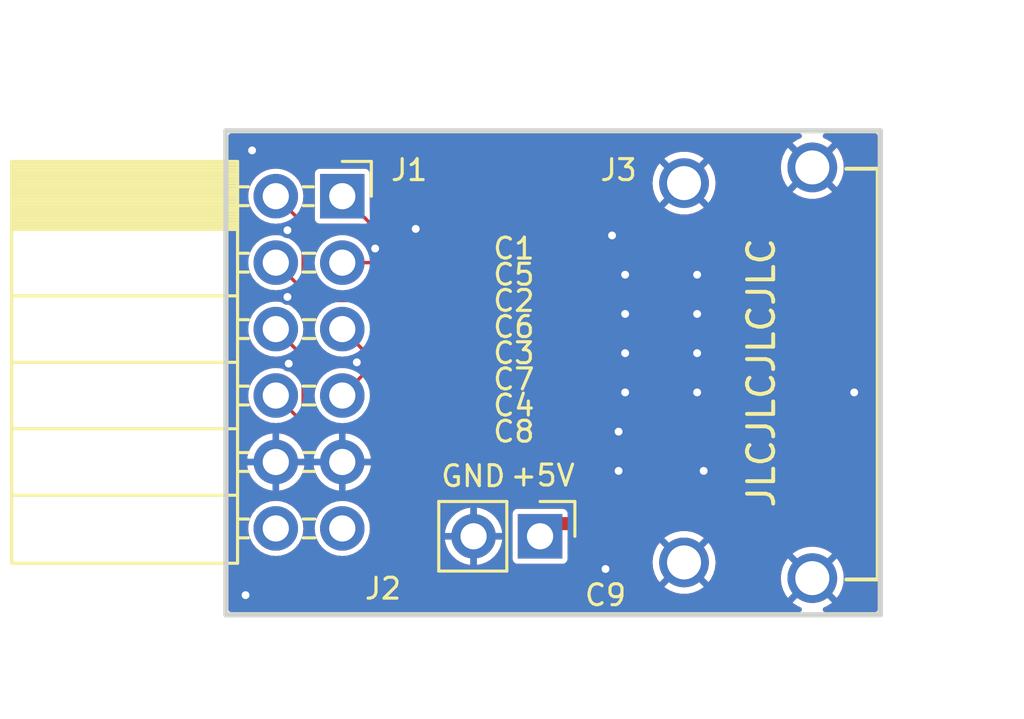
<source format=kicad_pcb>
(kicad_pcb (version 20221018) (generator pcbnew)
  (layers (0 "F.Cu" signal) (31 "B.Cu" signal) (34 "B.Paste" user) (35 "F.Paste" user) (36 "B.SilkS" user "B.Silkscreen") (37 "F.SilkS" user "F.Silkscreen") (38 "B.Mask" user) (39 "F.Mask" user) (44 "Edge.Cuts" user))
  (net 0 "")
  (net 1 "/D2+")
  (net 2 "/PMOD_D2+")
  (net 3 "/D1+")
  (net 4 "/PMOD_D1+")
  (net 5 "/D0+")
  (net 6 "/PMOD_D0+")
  (net 7 "/CK+")
  (net 8 "/PMOD_CK+")
  (net 9 "/PMOD_D2-")
  (net 10 "/D2-")
  (net 11 "/PMOD_D1-")
  (net 12 "/D1-")
  (net 13 "/PMOD_D0-")
  (net 14 "/D0-")
  (net 15 "/PMOD_CK-")
  (net 16 "/CK-")
  (net 17 "GND")
  (net 18 "+5V")
  (net 19 "+3V3")
  (net 20 "Net-(J3-Pad13)")
  (net 21 "Net-(J3-Pad14)")
  (net 22 "Net-(J3-Pad15)")
  (net 23 "Net-(J3-Pad16)")
  (net 24 "Net-(J3-Pad19)")
  (footprint "Capacitor_SMD:C_0402_1005Metric" (layer "F.Cu") (at 140 74 180)
    (fp_text reference "C2" (at 2 0 180) (layer "F.SilkS") (effects (font (size 0.8 0.8) (thickness 0.12))))
    (fp_text value "220n")
    (pad "1" smd roundrect (at -0.485 0 180) (size 0.59 0.64) (layers "F.Cu" "F.Paste" "F.Mask") (net 3 "/D1+"))
    (pad "2" smd roundrect (at 0.485 0 180) (size 0.59 0.64) (layers "F.Cu" "F.Paste" "F.Mask") (net 4 "/PMOD_D1+"))
  )
  (footprint "Capacitor_SMD:C_0402_1005Metric" (layer "F.Cu") (at 140 76 180)
    (fp_text reference "C3" (at 2 0 180) (layer "F.SilkS") (effects (font (size 0.8 0.8) (thickness 0.12))))
    (fp_text value "220n")
    (pad "1" smd roundrect (at -0.485 0 180) (size 0.59 0.64) (layers "F.Cu" "F.Paste" "F.Mask") (net 5 "/D0+"))
    (pad "2" smd roundrect (at 0.485 0 180) (size 0.59 0.64) (layers "F.Cu" "F.Paste" "F.Mask") (net 6 "/PMOD_D0+"))
  )
  (footprint "Capacitor_SMD:C_0402_1005Metric" (layer "F.Cu") (at 140 78 180)
    (fp_text reference "C4" (at 2 0 180) (layer "F.SilkS") (effects (font (size 0.8 0.8) (thickness 0.12))))
    (fp_text value "220n")
    (pad "1" smd roundrect (at -0.485 0 180) (size 0.59 0.64) (layers "F.Cu" "F.Paste" "F.Mask") (net 7 "/CK+"))
    (pad "2" smd roundrect (at 0.485 0 180) (size 0.59 0.64) (layers "F.Cu" "F.Paste" "F.Mask") (net 8 "/PMOD_CK+"))
  )
  (footprint "Capacitor_SMD:C_0402_1005Metric" (layer "F.Cu") (at 140 73 180)
    (fp_text reference "C5" (at 2 0 180) (layer "F.SilkS") (effects (font (size 0.8 0.8) (thickness 0.12))))
    (fp_text value "220n")
    (pad "1" smd roundrect (at -0.485 0 180) (size 0.59 0.64) (layers "F.Cu" "F.Paste" "F.Mask") (net 10 "/D2-"))
    (pad "2" smd roundrect (at 0.485 0 180) (size 0.59 0.64) (layers "F.Cu" "F.Paste" "F.Mask") (net 9 "/PMOD_D2-"))
  )
  (footprint "Capacitor_SMD:C_0402_1005Metric" (layer "F.Cu") (at 140 75 180)
    (fp_text reference "C6" (at 2 0 180) (layer "F.SilkS") (effects (font (size 0.8 0.8) (thickness 0.12))))
    (fp_text value "220n")
    (pad "1" smd roundrect (at -0.485 0 180) (size 0.59 0.64) (layers "F.Cu" "F.Paste" "F.Mask") (net 12 "/D1-"))
    (pad "2" smd roundrect (at 0.485 0 180) (size 0.59 0.64) (layers "F.Cu" "F.Paste" "F.Mask") (net 11 "/PMOD_D1-"))
  )
  (footprint "Capacitor_SMD:C_0402_1005Metric" (layer "F.Cu") (at 140 77 180)
    (fp_text reference "C7" (at 2 0 180) (layer "F.SilkS") (effects (font (size 0.8 0.8) (thickness 0.12))))
    (fp_text value "220n")
    (pad "1" smd roundrect (at -0.485 0 180) (size 0.59 0.64) (layers "F.Cu" "F.Paste" "F.Mask") (net 14 "/D0-"))
    (pad "2" smd roundrect (at 0.485 0 180) (size 0.59 0.64) (layers "F.Cu" "F.Paste" "F.Mask") (net 13 "/PMOD_D0-"))
  )
  (footprint "Capacitor_SMD:C_0402_1005Metric" (layer "F.Cu") (at 140 79 180)
    (fp_text reference "C8" (at 2 0 180) (layer "F.SilkS") (effects (font (size 0.8 0.8) (thickness 0.12))))
    (fp_text value "220n")
    (pad "1" smd roundrect (at -0.485 0 180) (size 0.59 0.64) (layers "F.Cu" "F.Paste" "F.Mask") (net 16 "/CK-"))
    (pad "2" smd roundrect (at 0.485 0 180) (size 0.59 0.64) (layers "F.Cu" "F.Paste" "F.Mask") (net 15 "/PMOD_CK-"))
  )
  (footprint "Capacitor_SMD:C_0402_1005Metric" (layer "F.Cu") (at 141.5 83 90)
    (fp_text reference "C9" (at -2.25 0 180) (layer "F.SilkS") (effects (font (size 0.8 0.8) (thickness 0.12))))
    (fp_text value "220n")
    (pad "1" smd roundrect (at -0.485 0 90) (size 0.59 0.64) (layers "F.Cu" "F.Paste" "F.Mask") (net 17 "GND"))
    (pad "2" smd roundrect (at 0.485 0 90) (size 0.59 0.64) (layers "F.Cu" "F.Paste" "F.Mask") (net 18 "+5V"))
  )
  (footprint "Connector_PinHeader_2.54mm:PinHeader_1x02_P2.54mm_Vertical" (layer "F.Cu") (at 139 83 -90)
    (fp_text reference "J2" (at 2 6) (layer "F.SilkS") (effects (font (size 0.8 0.8) (thickness 0.12))))
    (fp_text value "Conn_01x02")
    (fp_line (start -1.33 -1.33) (end 0 -1.33) (stroke (width 0.12)) (layer "F.SilkS"))
    (fp_line (start -1.33 0) (end -1.33 -1.33) (stroke (width 0.12)) (layer "F.SilkS"))
    (fp_line (start -1.33 1.27) (end -1.33 3.87) (stroke (width 0.12)) (layer "F.SilkS"))
    (fp_line (start -1.33 1.27) (end 1.33 1.27) (stroke (width 0.12)) (layer "F.SilkS"))
    (fp_line (start -1.33 3.87) (end 1.33 3.87) (stroke (width 0.12)) (layer "F.SilkS"))
    (fp_line (start 1.33 1.27) (end 1.33 3.87) (stroke (width 0.12)) (layer "F.SilkS"))
    (pad "1" thru_hole rect (at 0 0 270) (size 1.7 1.7) (drill 1) (layers "*.Cu" "*.Mask") (net 18 "+5V"))
    (pad "2" thru_hole oval (at 0 2.54 270) (size 1.7 1.7) (drill 1) (layers "*.Cu" "*.Mask") (net 17 "GND"))
  )
  (footprint "Connector_PinSocket_2.54mm:PinSocket_2x06_P2.54mm_Horizontal" (layer "F.Cu") (at 131.445 70)
    (fp_text reference "J1" (at 2.555 -1) (layer "F.SilkS") (effects (font (size 0.8 0.8) (thickness 0.12))))
    (fp_text value "02x06")
    (fp_line (start -12.63 -1.33) (end -12.63 14.03) (stroke (width 0.12)) (layer "F.SilkS"))
    (fp_line (start -12.63 -1.33) (end -4 -1.33) (stroke (width 0.12)) (layer "F.SilkS"))
    (fp_line (start -12.63 -1.21) (end -4 -1.21) (stroke (width 0.12)) (layer "F.SilkS"))
    (fp_line (start -12.63 -1.091905) (end -4 -1.091905) (stroke (width 0.12)) (layer "F.SilkS"))
    (fp_line (start -12.63 -0.97381) (end -4 -0.97381) (stroke (width 0.12)) (layer "F.SilkS"))
    (fp_line (start -12.63 -0.855715) (end -4 -0.855715) (stroke (width 0.12)) (layer "F.SilkS"))
    (fp_line (start -12.63 -0.73762) (end -4 -0.73762) (stroke (width 0.12)) (layer "F.SilkS"))
    (fp_line (start -12.63 -0.619525) (end -4 -0.619525) (stroke (width 0.12)) (layer "F.SilkS"))
    (fp_line (start -12.63 -0.50143) (end -4 -0.50143) (stroke (width 0.12)) (layer "F.SilkS"))
    (fp_line (start -12.63 -0.383335) (end -4 -0.383335) (stroke (width 0.12)) (layer "F.SilkS"))
    (fp_line (start -12.63 -0.26524) (end -4 -0.26524) (stroke (width 0.12)) (layer "F.SilkS"))
    (fp_line (start -12.63 -0.147145) (end -4 -0.147145) (stroke (width 0.12)) (layer "F.SilkS"))
    (fp_line (start -12.63 -0.02905) (end -4 -0.02905) (stroke (width 0.12)) (layer "F.SilkS"))
    (fp_line (start -12.63 0.089045) (end -4 0.089045) (stroke (width 0.12)) (layer "F.SilkS"))
    (fp_line (start -12.63 0.20714) (end -4 0.20714) (stroke (width 0.12)) (layer "F.SilkS"))
    (fp_line (start -12.63 0.325235) (end -4 0.325235) (stroke (width 0.12)) (layer "F.SilkS"))
    (fp_line (start -12.63 0.44333) (end -4 0.44333) (stroke (width 0.12)) (layer "F.SilkS"))
    (fp_line (start -12.63 0.561425) (end -4 0.561425) (stroke (width 0.12)) (layer "F.SilkS"))
    (fp_line (start -12.63 0.67952) (end -4 0.67952) (stroke (width 0.12)) (layer "F.SilkS"))
    (fp_line (start -12.63 0.797615) (end -4 0.797615) (stroke (width 0.12)) (layer "F.SilkS"))
    (fp_line (start -12.63 0.91571) (end -4 0.91571) (stroke (width 0.12)) (layer "F.SilkS"))
    (fp_line (start -12.63 1.033805) (end -4 1.033805) (stroke (width 0.12)) (layer "F.SilkS"))
    (fp_line (start -12.63 1.1519) (end -4 1.1519) (stroke (width 0.12)) (layer "F.SilkS"))
    (fp_line (start -12.63 1.27) (end -4 1.27) (stroke (width 0.12)) (layer "F.SilkS"))
    (fp_line (start -12.63 3.81) (end -4 3.81) (stroke (width 0.12)) (layer "F.SilkS"))
    (fp_line (start -12.63 6.35) (end -4 6.35) (stroke (width 0.12)) (layer "F.SilkS"))
    (fp_line (start -12.63 8.89) (end -4 8.89) (stroke (width 0.12)) (layer "F.SilkS"))
    (fp_line (start -12.63 11.43) (end -4 11.43) (stroke (width 0.12)) (layer "F.SilkS"))
    (fp_line (start -12.63 14.03) (end -4 14.03) (stroke (width 0.12)) (layer "F.SilkS"))
    (fp_line (start -4 -1.33) (end -4 14.03) (stroke (width 0.12)) (layer "F.SilkS"))
    (fp_line (start -4 -0.36) (end -3.59 -0.36) (stroke (width 0.12)) (layer "F.SilkS"))
    (fp_line (start -4 0.36) (end -3.59 0.36) (stroke (width 0.12)) (layer "F.SilkS"))
    (fp_line (start -4 2.18) (end -3.59 2.18) (stroke (width 0.12)) (layer "F.SilkS"))
    (fp_line (start -4 2.9) (end -3.59 2.9) (stroke (width 0.12)) (layer "F.SilkS"))
    (fp_line (start -4 4.72) (end -3.59 4.72) (stroke (width 0.12)) (layer "F.SilkS"))
    (fp_line (start -4 5.44) (end -3.59 5.44) (stroke (width 0.12)) (layer "F.SilkS"))
    (fp_line (start -4 7.26) (end -3.59 7.26) (stroke (width 0.12)) (layer "F.SilkS"))
    (fp_line (start -4 7.98) (end -3.59 7.98) (stroke (width 0.12)) (layer "F.SilkS"))
    (fp_line (start -4 9.8) (end -3.59 9.8) (stroke (width 0.12)) (layer "F.SilkS"))
    (fp_line (start -4 10.52) (end -3.59 10.52) (stroke (width 0.12)) (layer "F.SilkS"))
    (fp_line (start -4 12.34) (end -3.59 12.34) (stroke (width 0.12)) (layer "F.SilkS"))
    (fp_line (start -4 13.06) (end -3.59 13.06) (stroke (width 0.12)) (layer "F.SilkS"))
    (fp_line (start -1.49 -0.36) (end -1.11 -0.36) (stroke (width 0.12)) (layer "F.SilkS"))
    (fp_line (start -1.49 0.36) (end -1.11 0.36) (stroke (width 0.12)) (layer "F.SilkS"))
    (fp_line (start -1.49 2.18) (end -1.05 2.18) (stroke (width 0.12)) (layer "F.SilkS"))
    (fp_line (start -1.49 2.9) (end -1.05 2.9) (stroke (width 0.12)) (layer "F.SilkS"))
    (fp_line (start -1.49 4.72) (end -1.05 4.72) (stroke (width 0.12)) (layer "F.SilkS"))
    (fp_line (start -1.49 5.44) (end -1.05 5.44) (stroke (width 0.12)) (layer "F.SilkS"))
    (fp_line (start -1.49 7.26) (end -1.05 7.26) (stroke (width 0.12)) (layer "F.SilkS"))
    (fp_line (start -1.49 7.98) (end -1.05 7.98) (stroke (width 0.12)) (layer "F.SilkS"))
    (fp_line (start -1.49 9.8) (end -1.05 9.8) (stroke (width 0.12)) (layer "F.SilkS"))
    (fp_line (start -1.49 10.52) (end -1.05 10.52) (stroke (width 0.12)) (layer "F.SilkS"))
    (fp_line (start -1.49 12.34) (end -1.05 12.34) (stroke (width 0.12)) (layer "F.SilkS"))
    (fp_line (start -1.49 13.06) (end -1.05 13.06) (stroke (width 0.12)) (layer "F.SilkS"))
    (fp_line (start 0 -1.33) (end 1.11 -1.33) (stroke (width 0.12)) (layer "F.SilkS"))
    (fp_line (start 1.11 -1.33) (end 1.11 0) (stroke (width 0.12)) (layer "F.SilkS"))
    (pad "1" thru_hole rect (at 0 0) (size 1.7 1.7) (drill 1) (layers "*.Cu" "*.Mask") (net 2 "/PMOD_D2+"))
    (pad "2" thru_hole oval (at -2.54 0) (size 1.7 1.7) (drill 1) (layers "*.Cu" "*.Mask") (net 4 "/PMOD_D1+"))
    (pad "3" thru_hole oval (at 0 2.54) (size 1.7 1.7) (drill 1) (layers "*.Cu" "*.Mask") (net 9 "/PMOD_D2-"))
    (pad "4" thru_hole oval (at -2.54 2.54) (size 1.7 1.7) (drill 1) (layers "*.Cu" "*.Mask") (net 11 "/PMOD_D1-"))
    (pad "5" thru_hole oval (at 0 5.08) (size 1.7 1.7) (drill 1) (layers "*.Cu" "*.Mask") (net 6 "/PMOD_D0+"))
    (pad "6" thru_hole oval (at -2.54 5.08) (size 1.7 1.7) (drill 1) (layers "*.Cu" "*.Mask") (net 8 "/PMOD_CK+"))
    (pad "7" thru_hole oval (at 0 7.62) (size 1.7 1.7) (drill 1) (layers "*.Cu" "*.Mask") (net 13 "/PMOD_D0-"))
    (pad "8" thru_hole oval (at -2.54 7.62) (size 1.7 1.7) (drill 1) (layers "*.Cu" "*.Mask") (net 15 "/PMOD_CK-"))
    (pad "9" thru_hole oval (at 0 10.16) (size 1.7 1.7) (drill 1) (layers "*.Cu" "*.Mask") (net 17 "GND"))
    (pad "10" thru_hole oval (at -2.54 10.16) (size 1.7 1.7) (drill 1) (layers "*.Cu" "*.Mask") (net 17 "GND"))
    (pad "11" thru_hole oval (at 0 12.7) (size 1.7 1.7) (drill 1) (layers "*.Cu" "*.Mask") (net 19 "+3V3"))
    (pad "12" thru_hole oval (at -2.54 12.7) (size 1.7 1.7) (drill 1) (layers "*.Cu" "*.Mask") (net 19 "+3V3"))
  )
  (footprint "picodvi:HDMI-SS-53000" (layer "F.Cu") (at 144.5 76.75 -90)
    (fp_text reference "J3" (at -7.75 2.5) (layer "F.SilkS") (effects (font (size 0.8 0.8) (thickness 0.12))))
    (fp_text value "HDMI_A")
    (fp_line (start -7.8 -7.4) (end -7.8 -6.2) (stroke (width 0.15)) (layer "F.SilkS"))
    (fp_line (start -7.8 -7.4) (end 7.8 -7.4) (stroke (width 0.15)) (layer "F.SilkS"))
    (fp_line (start 7.9 -7.4) (end 7.9 -6.2) (stroke (width 0.15)) (layer "F.SilkS"))
    (pad "1" smd rect (at -4.25 0.9 270) (size 0.3 1.9) (layers "F.Cu" "F.Paste" "F.Mask") (net 1 "/D2+"))
    (pad "2" smd rect (at -3.75 0.9 270) (size 0.3 1.9) (layers "F.Cu" "F.Paste" "F.Mask") (net 17 "GND"))
    (pad "3" smd rect (at -3.25 0.9 270) (size 0.3 1.9) (layers "F.Cu" "F.Paste" "F.Mask") (net 10 "/D2-"))
    (pad "4" smd rect (at -2.75 0.9 270) (size 0.3 1.9) (layers "F.Cu" "F.Paste" "F.Mask") (net 3 "/D1+"))
    (pad "5" smd rect (at -2.25 0.9 270) (size 0.3 1.9) (layers "F.Cu" "F.Paste" "F.Mask") (net 17 "GND"))
    (pad "6" smd rect (at -1.75 0.9 270) (size 0.3 1.9) (layers "F.Cu" "F.Paste" "F.Mask") (net 12 "/D1-"))
    (pad "7" smd rect (at -1.25 0.9 270) (size 0.3 1.9) (layers "F.Cu" "F.Paste" "F.Mask") (net 5 "/D0+"))
    (pad "8" smd rect (at -0.75 0.9 270) (size 0.3 1.9) (layers "F.Cu" "F.Paste" "F.Mask") (net 17 "GND"))
    (pad "9" smd rect (at -0.25 0.9 270) (size 0.3 1.9) (layers "F.Cu" "F.Paste" "F.Mask") (net 14 "/D0-"))
    (pad "10" smd rect (at 0.25 0.9 270) (size 0.3 1.9) (layers "F.Cu" "F.Paste" "F.Mask") (net 7 "/CK+"))
    (pad "11" smd rect (at 0.75 0.9 270) (size 0.3 1.9) (layers "F.Cu" "F.Paste" "F.Mask") (net 17 "GND"))
    (pad "12" smd rect (at 1.25 0.9 270) (size 0.3 1.9) (layers "F.Cu" "F.Paste" "F.Mask") (net 16 "/CK-"))
    (pad "13" smd rect (at 1.75 0.9 270) (size 0.3 1.9) (layers "F.Cu" "F.Paste" "F.Mask") (net 20 "Net-(J3-Pad13)"))
    (pad "14" smd rect (at 2.25 0.9 270) (size 0.3 1.9) (layers "F.Cu" "F.Paste" "F.Mask") (net 21 "Net-(J3-Pad14)"))
    (pad "15" smd rect (at 2.75 0.9 270) (size 0.3 1.9) (layers "F.Cu" "F.Paste" "F.Mask") (net 22 "Net-(J3-Pad15)"))
    (pad "16" smd rect (at 3.25 0.9 270) (size 0.3 1.9) (layers "F.Cu" "F.Paste" "F.Mask") (net 23 "Net-(J3-Pad16)"))
    (pad "17" smd rect (at 3.75 0.9 270) (size 0.3 1.9) (layers "F.Cu" "F.Paste" "F.Mask") (net 17 "GND"))
    (pad "18" smd rect (at 4.25 0.9 270) (size 0.3 1.9) (layers "F.Cu" "F.Paste" "F.Mask") (net 18 "+5V"))
    (pad "19" smd rect (at 4.75 0.9 270) (size 0.3 1.9) (layers "F.Cu" "F.Paste" "F.Mask") (net 24 "Net-(J3-Pad19)"))
    (pad "SH" thru_hole circle (at -7.85 -4.9 270) (size 1.9 1.9) (drill 1.3) (layers "*.Cu" "*.Mask") (net 17 "GND"))
    (pad "SH" thru_hole circle (at -7.25 0 270) (size 1.9 1.9) (drill 1.3) (layers "*.Cu" "*.Mask") (net 17 "GND"))
    (pad "SH" thru_hole circle (at 7.25 0 270) (size 1.9 1.9) (drill 1.3) (layers "*.Cu" "*.Mask") (net 17 "GND"))
    (pad "SH" thru_hole circle (at 7.85 -4.9 270) (size 1.9 1.9) (drill 1.3) (layers "*.Cu" "*.Mask") (net 17 "GND"))
  )
  (footprint "Capacitor_SMD:C_0402_1005Metric" (layer "F.Cu") (at 140 72 180)
    (fp_text reference "C1" (at 2 0 180) (layer "F.SilkS") (effects (font (size 0.8 0.8) (thickness 0.12))))
    (fp_text value "220n")
    (pad "1" smd roundrect (at -0.485 0 180) (size 0.59 0.64) (layers "F.Cu" "F.Paste" "F.Mask") (net 1 "/D2+"))
    (pad "2" smd roundrect (at 0.485 0 180) (size 0.59 0.64) (layers "F.Cu" "F.Paste" "F.Mask") (net 2 "/PMOD_D2+"))
  )
  (gr_line (start 152 86) (end 152 67.5) (stroke (width 0.2)) (layer "Edge.Cuts"))
  (gr_line (start 127 67.5) (end 127 86) (stroke (width 0.2)) (layer "Edge.Cuts"))
  (gr_line (start 127 86) (end 152 86) (stroke (width 0.2)) (layer "Edge.Cuts"))
  (gr_line (start 152 67.5) (end 127 67.5) (stroke (width 0.2)) (layer "Edge.Cuts"))
  (gr_text "+5V" (at 139.1 80.675) (layer "F.SilkS") (effects (font (size 0.8 0.8) (thickness 0.12))))
  (gr_text "GND" (at 136.45 80.7) (layer "F.SilkS") (effects (font (size 0.8 0.8) (thickness 0.12))))
  (gr_text "JLCJLCJLCJLC" (at 147.45 76.75 90) (layer "F.SilkS") (effects (font (size 1 1))))
  (segment (start 141.355 72.87) (end 141.63 72.87) (width 0.13) (layer "F.Cu") (net 1))
  (segment (start 140.485 72) (end 141.355 72.87) (width 0.13) (layer "F.Cu") (net 1))
  (segment (start 142 72.5) (end 143.6 72.5) (width 0.13) (layer "F.Cu") (net 1))
  (segment (start 141.63 72.87) (end 142 72.5) (width 0.13) (layer "F.Cu") (net 1))
  (segment (start 131.445 70) (end 131.475 70) (width 0.13) (layer "F.Cu") (net 2))
  (segment (start 133.725 72.25) (end 139.265 72.25) (width 0.13) (layer "F.Cu") (net 2))
  (segment (start 131.475 70) (end 133.725 72.25) (width 0.13) (layer "F.Cu") (net 2))
  (segment (start 139.265 72.25) (end 139.515 72) (width 0.13) (layer "F.Cu") (net 2))
  (segment (start 140.485 74) (end 140.855 74.37) (width 0.13) (layer "F.Cu") (net 3))
  (segment (start 141.63 74.37) (end 142 74) (width 0.13) (layer "F.Cu") (net 3))
  (segment (start 140.855 74.37) (end 141.63 74.37) (width 0.13) (layer "F.Cu") (net 3))
  (segment (start 142 74) (end 143.6 74) (width 0.13) (layer "F.Cu") (net 3))
  (segment (start 130.65 73.725) (end 138.175 73.725) (width 0.13) (layer "F.Cu") (net 4))
  (segment (start 129.950001 73.025001) (end 130.65 73.725) (width 0.13) (layer "F.Cu") (net 4))
  (segment (start 138.175 73.725) (end 138.45 74) (width 0.13) (layer "F.Cu") (net 4))
  (segment (start 129.950001 71.045001) (end 129.950001 73.025001) (width 0.13) (layer "F.Cu") (net 4))
  (segment (start 128.905 70) (end 129.950001 71.045001) (width 0.13) (layer "F.Cu") (net 4))
  (segment (start 138.45 74) (end 139.515 74) (width 0.13) (layer "F.Cu") (net 4))
  (segment (start 141.117304 76) (end 141.247304 75.87) (width 0.13) (layer "F.Cu") (net 5))
  (segment (start 142 75.5) (end 143.6 75.5) (width 0.13) (layer "F.Cu") (net 5))
  (segment (start 140.485 76) (end 141.117304 76) (width 0.13) (layer "F.Cu") (net 5))
  (segment (start 141.247304 75.87) (end 141.63 75.87) (width 0.13) (layer "F.Cu") (net 5))
  (segment (start 141.63 75.87) (end 142 75.5) (width 0.13) (layer "F.Cu") (net 5))
  (segment (start 139.14 76.375) (end 139.515 76) (width 0.13) (layer "F.Cu") (net 6))
  (segment (start 132.74 76.375) (end 139.14 76.375) (width 0.13) (layer "F.Cu") (net 6))
  (segment (start 131.445 75.08) (end 132.74 76.375) (width 0.13) (layer "F.Cu") (net 6))
  (segment (start 142.112305 77.004999) (end 142.117304 77) (width 0.13) (layer "F.Cu") (net 7))
  (segment (start 141.117304 78) (end 141.754999 77.362305) (width 0.13) (layer "F.Cu") (net 7))
  (segment (start 140.485 78) (end 141.117304 78) (width 0.13) (layer "F.Cu") (net 7))
  (segment (start 141.754999 77.262399) (end 142.012399 77.004999) (width 0.13) (layer "F.Cu") (net 7))
  (segment (start 142.117304 77) (end 143.6 77) (width 0.13) (layer "F.Cu") (net 7))
  (segment (start 141.754999 77.362305) (end 141.754999 77.262399) (width 0.13) (layer "F.Cu") (net 7))
  (segment (start 142.012399 77.004999) (end 142.112305 77.004999) (width 0.13) (layer "F.Cu") (net 7))
  (segment (start 129.950001 76.125001) (end 129.950001 78.175001) (width 0.13) (layer "F.Cu") (net 8))
  (segment (start 138.37 78.75) (end 139.12 78) (width 0.13) (layer "F.Cu") (net 8))
  (segment (start 139.12 78) (end 139.515 78) (width 0.13) (layer "F.Cu") (net 8))
  (segment (start 130.525 78.75) (end 138.37 78.75) (width 0.13) (layer "F.Cu") (net 8))
  (segment (start 129.950001 78.175001) (end 130.525 78.75) (width 0.13) (layer "F.Cu") (net 8))
  (segment (start 128.905 75.08) (end 129.950001 76.125001) (width 0.13) (layer "F.Cu") (net 8))
  (segment (start 131.445 72.54) (end 139.055 72.54) (width 0.13) (layer "F.Cu") (net 9))
  (segment (start 139.055 72.54) (end 139.515 73) (width 0.13) (layer "F.Cu") (net 9))
  (segment (start 140.485 73) (end 141.117304 73) (width 0.13) (layer "F.Cu") (net 10))
  (segment (start 142 73.5) (end 143.6 73.5) (width 0.13) (layer "F.Cu") (net 10))
  (segment (start 141.117304 73) (end 141.247304 73.13) (width 0.13) (layer "F.Cu") (net 10))
  (segment (start 141.247304 73.13) (end 141.63 73.13) (width 0.13) (layer "F.Cu") (net 10))
  (segment (start 141.63 73.13) (end 142 73.5) (width 0.13) (layer "F.Cu") (net 10))
  (segment (start 139.08229 75) (end 139.12 75) (width 0.13) (layer "F.Cu") (net 11))
  (segment (start 139.12 75) (end 139.515 75) (width 0.13) (layer "F.Cu") (net 11))
  (segment (start 128.905 72.54) (end 130.350011 73.985011) (width 0.13) (layer "F.Cu") (net 11))
  (segment (start 130.350011 73.985011) (end 138.067301 73.985011) (width 0.13) (layer "F.Cu") (net 11))
  (segment (start 138.067301 73.985011) (end 139.08229 75) (width 0.13) (layer "F.Cu") (net 11))
  (segment (start 140.485 75) (end 140.855 74.63) (width 0.13) (layer "F.Cu") (net 12))
  (segment (start 140.855 74.63) (end 141.63 74.63) (width 0.13) (layer "F.Cu") (net 12))
  (segment (start 141.63 74.63) (end 142 75) (width 0.13) (layer "F.Cu") (net 12))
  (segment (start 142 75) (end 143.6 75) (width 0.13) (layer "F.Cu") (net 12))
  (segment (start 131.445 77.62) (end 132.415 76.65) (width 0.13) (layer "F.Cu") (net 13))
  (segment (start 139.165 76.65) (end 139.515 77) (width 0.13) (layer "F.Cu") (net 13))
  (segment (start 132.415 76.65) (end 139.165 76.65) (width 0.13) (layer "F.Cu") (net 13))
  (segment (start 141.355 76.13) (end 141.63 76.13) (width 0.13) (layer "F.Cu") (net 14))
  (segment (start 142 76.5) (end 143.6 76.5) (width 0.13) (layer "F.Cu") (net 14))
  (segment (start 141.63 76.13) (end 142 76.5) (width 0.13) (layer "F.Cu") (net 14))
  (segment (start 140.485 77) (end 141.355 76.13) (width 0.13) (layer "F.Cu") (net 14))
  (segment (start 128.905 77.62) (end 130.295011 79.010011) (width 0.13) (layer "F.Cu") (net 15))
  (segment (start 139.12 79) (end 139.515 79) (width 0.13) (layer "F.Cu") (net 15))
  (segment (start 139.109989 79.010011) (end 139.12 79) (width 0.13) (layer "F.Cu") (net 15))
  (segment (start 130.295011 79.010011) (end 139.109989 79.010011) (width 0.13) (layer "F.Cu") (net 15))
  (segment (start 141.7425 77.7425) (end 142 78) (width 0.13) (layer "F.Cu") (net 16))
  (segment (start 142 78) (end 143.6 78) (width 0.13) (layer "F.Cu") (net 16))
  (segment (start 140.485 79) (end 141.7425 77.7425) (width 0.13) (layer "F.Cu") (net 16))
  (via (at 142.25 77.5) (size 0.6) (drill 0.3) (layers "F.Cu" "B.Cu") (net 17))
  (via (at 142.25 76) (size 0.6) (drill 0.3) (layers "F.Cu" "B.Cu") (net 17))
  (via (at 142.25 74.5) (size 0.6) (drill 0.3) (layers "F.Cu" "B.Cu") (net 17))
  (via (at 142.25 73) (size 0.6) (drill 0.3) (layers "F.Cu" "B.Cu") (net 17))
  (via (at 145 73) (size 0.6) (drill 0.3) (layers "F.Cu" "B.Cu") (net 17))
  (via (at 145 74.5) (size 0.6) (drill 0.3) (layers "F.Cu" "B.Cu") (net 17))
  (via (at 145 76) (size 0.6) (drill 0.3) (layers "F.Cu" "B.Cu") (net 17))
  (via (at 145 77.5) (size 0.6) (drill 0.3) (layers "F.Cu" "B.Cu") (net 17))
  (via (at 141.5 84.25) (size 0.6) (drill 0.3) (layers "F.Cu" "B.Cu") (net 17))
  (via (at 128 68.25) (size 0.6) (drill 0.3) (layers "F.Cu" "B.Cu") (net 17))
  (via (at 127.75 85.25) (size 0.6) (drill 0.3) (layers "F.Cu" "B.Cu") (net 17))
  (via (at 142 79) (size 0.6) (drill 0.3) (layers "F.Cu" "B.Cu") (net 17))
  (via (at 141.75 71.5) (size 0.6) (drill 0.3) (layers "F.Cu" "B.Cu") (net 17))
  (via (at 134.25 71.25) (size 0.6) (drill 0.3) (layers "F.Cu" "B.Cu") (net 17))
  (via (at 151 77.5) (size 0.6) (drill 0.3) (layers "F.Cu" "B.Cu") (net 17))
  (via (at 145.25 80.5) (size 0.6) (drill 0.3) (layers "F.Cu" "B.Cu") (net 17))
  (via (at 142 80.5) (size 0.6) (drill 0.3) (layers "F.Cu" "B.Cu") (net 17))
  (via (at 132.7 72) (size 0.6) (drill 0.3) (layers "F.Cu" "B.Cu") (net 17))
  (via (at 132 76.35) (size 0.6) (drill 0.3) (layers "F.Cu" "B.Cu") (net 17))
  (via (at 129.4 76.4) (size 0.6) (drill 0.3) (layers "F.Cu" "B.Cu") (net 17))
  (via (at 129.35 73.85) (size 0.6) (drill 0.3) (layers "F.Cu" "B.Cu") (net 17))
  (via (at 129.35 71.3) (size 0.6) (drill 0.3) (layers "F.Cu" "B.Cu") (net 17))
  (segment (start 142.35 81) (end 143.6 81) (width 0.3) (layer "F.Cu") (net 18))
  (segment (start 139.485 82.515) (end 141.5 82.515) (width 0.5) (layer "F.Cu") (net 18))
  (segment (start 141.5 81.85) (end 142.35 81) (width 0.3) (layer "F.Cu") (net 18))
  (segment (start 141.5 82.515) (end 141.5 81.85) (width 0.3) (layer "F.Cu") (net 18))
  (segment (start 139 83) (end 139.485 82.515) (width 0.5) (layer "F.Cu") (net 18))
  (zone (net 17) (net_name "GND") (layer "F.Cu") (connect_pads (clearance 0.2)) (min_thickness 0.2) (fill yes (thermal_gap 0.25) (thermal_bridge_width 0.25))
    (polygon (pts (xy 125 65) (xy 155 65) (xy 155 87.5) (xy 125 87.5)))
  )
  (zone (net 17) (net_name "GND") (layer "B.Cu") (connect_pads (clearance 0.2)) (min_thickness 0.2) (fill yes (thermal_gap 0.25) (thermal_bridge_width 0.25))
    (polygon (pts (xy 122.5 62.5) (xy 157.5 62.5) (xy 157.5 90) (xy 122.5 90)))
  )
)
</source>
